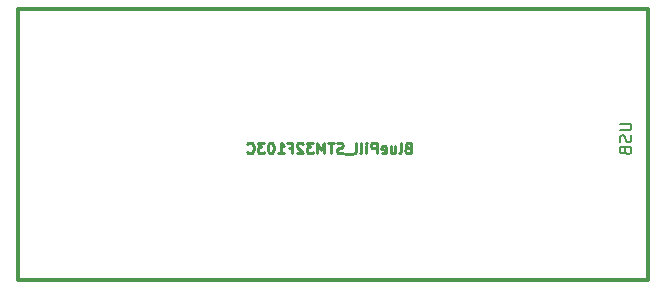
<source format=gbr>
G04 #@! TF.GenerationSoftware,KiCad,Pcbnew,5.1.5*
G04 #@! TF.CreationDate,2020-04-09T00:18:25+02:00*
G04 #@! TF.ProjectId,bluepill_control_board,626c7565-7069-46c6-9c5f-636f6e74726f,rev?*
G04 #@! TF.SameCoordinates,Original*
G04 #@! TF.FileFunction,Legend,Bot*
G04 #@! TF.FilePolarity,Positive*
%FSLAX46Y46*%
G04 Gerber Fmt 4.6, Leading zero omitted, Abs format (unit mm)*
G04 Created by KiCad (PCBNEW 5.1.5) date 2020-04-09 00:18:25*
%MOMM*%
%LPD*%
G04 APERTURE LIST*
%ADD10C,0.150000*%
%ADD11C,0.304800*%
%ADD12C,0.222250*%
G04 APERTURE END LIST*
D10*
X241006380Y-131580095D02*
X241815904Y-131580095D01*
X241911142Y-131627714D01*
X241958761Y-131675333D01*
X242006380Y-131770571D01*
X242006380Y-131961047D01*
X241958761Y-132056285D01*
X241911142Y-132103904D01*
X241815904Y-132151523D01*
X241006380Y-132151523D01*
X241958761Y-132580095D02*
X242006380Y-132722952D01*
X242006380Y-132961047D01*
X241958761Y-133056285D01*
X241911142Y-133103904D01*
X241815904Y-133151523D01*
X241720666Y-133151523D01*
X241625428Y-133103904D01*
X241577809Y-133056285D01*
X241530190Y-132961047D01*
X241482571Y-132770571D01*
X241434952Y-132675333D01*
X241387333Y-132627714D01*
X241292095Y-132580095D01*
X241196857Y-132580095D01*
X241101619Y-132627714D01*
X241054000Y-132675333D01*
X241006380Y-132770571D01*
X241006380Y-133008666D01*
X241054000Y-133151523D01*
X241482571Y-133913428D02*
X241530190Y-134056285D01*
X241577809Y-134103904D01*
X241673047Y-134151523D01*
X241815904Y-134151523D01*
X241911142Y-134103904D01*
X241958761Y-134056285D01*
X242006380Y-133961047D01*
X242006380Y-133580095D01*
X241006380Y-133580095D01*
X241006380Y-133913428D01*
X241054000Y-134008666D01*
X241101619Y-134056285D01*
X241196857Y-134103904D01*
X241292095Y-134103904D01*
X241387333Y-134056285D01*
X241434952Y-134008666D01*
X241482571Y-133913428D01*
X241482571Y-133580095D01*
D11*
X190040400Y-144852400D02*
X243440400Y-144852400D01*
X243440400Y-144852400D02*
X243440400Y-121852400D01*
X243440400Y-121852400D02*
X190040400Y-121852400D01*
X190040400Y-121852400D02*
X190040400Y-144852400D01*
D12*
X223055366Y-133644500D02*
X222928366Y-133686833D01*
X222886033Y-133729166D01*
X222843700Y-133813833D01*
X222843700Y-133940833D01*
X222886033Y-134025500D01*
X222928366Y-134067833D01*
X223013033Y-134110166D01*
X223351700Y-134110166D01*
X223351700Y-133221166D01*
X223055366Y-133221166D01*
X222970700Y-133263500D01*
X222928366Y-133305833D01*
X222886033Y-133390500D01*
X222886033Y-133475166D01*
X222928366Y-133559833D01*
X222970700Y-133602166D01*
X223055366Y-133644500D01*
X223351700Y-133644500D01*
X222335700Y-134110166D02*
X222420366Y-134067833D01*
X222462700Y-133983166D01*
X222462700Y-133221166D01*
X221616033Y-133517500D02*
X221616033Y-134110166D01*
X221997033Y-133517500D02*
X221997033Y-133983166D01*
X221954700Y-134067833D01*
X221870033Y-134110166D01*
X221743033Y-134110166D01*
X221658366Y-134067833D01*
X221616033Y-134025500D01*
X220854033Y-134067833D02*
X220938700Y-134110166D01*
X221108033Y-134110166D01*
X221192700Y-134067833D01*
X221235033Y-133983166D01*
X221235033Y-133644500D01*
X221192700Y-133559833D01*
X221108033Y-133517500D01*
X220938700Y-133517500D01*
X220854033Y-133559833D01*
X220811700Y-133644500D01*
X220811700Y-133729166D01*
X221235033Y-133813833D01*
X220430700Y-134110166D02*
X220430700Y-133221166D01*
X220092033Y-133221166D01*
X220007366Y-133263500D01*
X219965033Y-133305833D01*
X219922700Y-133390500D01*
X219922700Y-133517500D01*
X219965033Y-133602166D01*
X220007366Y-133644500D01*
X220092033Y-133686833D01*
X220430700Y-133686833D01*
X219541700Y-134110166D02*
X219541700Y-133517500D01*
X219541700Y-133221166D02*
X219584033Y-133263500D01*
X219541700Y-133305833D01*
X219499366Y-133263500D01*
X219541700Y-133221166D01*
X219541700Y-133305833D01*
X218991366Y-134110166D02*
X219076033Y-134067833D01*
X219118366Y-133983166D01*
X219118366Y-133221166D01*
X218525700Y-134110166D02*
X218610366Y-134067833D01*
X218652700Y-133983166D01*
X218652700Y-133221166D01*
X218398700Y-134194833D02*
X217721366Y-134194833D01*
X217552033Y-134067833D02*
X217425033Y-134110166D01*
X217213366Y-134110166D01*
X217128700Y-134067833D01*
X217086366Y-134025500D01*
X217044033Y-133940833D01*
X217044033Y-133856166D01*
X217086366Y-133771500D01*
X217128700Y-133729166D01*
X217213366Y-133686833D01*
X217382700Y-133644500D01*
X217467366Y-133602166D01*
X217509700Y-133559833D01*
X217552033Y-133475166D01*
X217552033Y-133390500D01*
X217509700Y-133305833D01*
X217467366Y-133263500D01*
X217382700Y-133221166D01*
X217171033Y-133221166D01*
X217044033Y-133263500D01*
X216790033Y-133221166D02*
X216282033Y-133221166D01*
X216536033Y-134110166D02*
X216536033Y-133221166D01*
X215985700Y-134110166D02*
X215985700Y-133221166D01*
X215689366Y-133856166D01*
X215393033Y-133221166D01*
X215393033Y-134110166D01*
X215054366Y-133221166D02*
X214504033Y-133221166D01*
X214800366Y-133559833D01*
X214673366Y-133559833D01*
X214588700Y-133602166D01*
X214546366Y-133644500D01*
X214504033Y-133729166D01*
X214504033Y-133940833D01*
X214546366Y-134025500D01*
X214588700Y-134067833D01*
X214673366Y-134110166D01*
X214927366Y-134110166D01*
X215012033Y-134067833D01*
X215054366Y-134025500D01*
X214165366Y-133305833D02*
X214123033Y-133263500D01*
X214038366Y-133221166D01*
X213826700Y-133221166D01*
X213742033Y-133263500D01*
X213699700Y-133305833D01*
X213657366Y-133390500D01*
X213657366Y-133475166D01*
X213699700Y-133602166D01*
X214207700Y-134110166D01*
X213657366Y-134110166D01*
X212980033Y-133644500D02*
X213276366Y-133644500D01*
X213276366Y-134110166D02*
X213276366Y-133221166D01*
X212853033Y-133221166D01*
X212048700Y-134110166D02*
X212556700Y-134110166D01*
X212302700Y-134110166D02*
X212302700Y-133221166D01*
X212387366Y-133348166D01*
X212472033Y-133432833D01*
X212556700Y-133475166D01*
X211498366Y-133221166D02*
X211413700Y-133221166D01*
X211329033Y-133263500D01*
X211286700Y-133305833D01*
X211244366Y-133390500D01*
X211202033Y-133559833D01*
X211202033Y-133771500D01*
X211244366Y-133940833D01*
X211286700Y-134025500D01*
X211329033Y-134067833D01*
X211413700Y-134110166D01*
X211498366Y-134110166D01*
X211583033Y-134067833D01*
X211625366Y-134025500D01*
X211667700Y-133940833D01*
X211710033Y-133771500D01*
X211710033Y-133559833D01*
X211667700Y-133390500D01*
X211625366Y-133305833D01*
X211583033Y-133263500D01*
X211498366Y-133221166D01*
X210905700Y-133221166D02*
X210355366Y-133221166D01*
X210651700Y-133559833D01*
X210524700Y-133559833D01*
X210440033Y-133602166D01*
X210397700Y-133644500D01*
X210355366Y-133729166D01*
X210355366Y-133940833D01*
X210397700Y-134025500D01*
X210440033Y-134067833D01*
X210524700Y-134110166D01*
X210778700Y-134110166D01*
X210863366Y-134067833D01*
X210905700Y-134025500D01*
X209466366Y-134025500D02*
X209508700Y-134067833D01*
X209635700Y-134110166D01*
X209720366Y-134110166D01*
X209847366Y-134067833D01*
X209932033Y-133983166D01*
X209974366Y-133898500D01*
X210016700Y-133729166D01*
X210016700Y-133602166D01*
X209974366Y-133432833D01*
X209932033Y-133348166D01*
X209847366Y-133263500D01*
X209720366Y-133221166D01*
X209635700Y-133221166D01*
X209508700Y-133263500D01*
X209466366Y-133305833D01*
M02*

</source>
